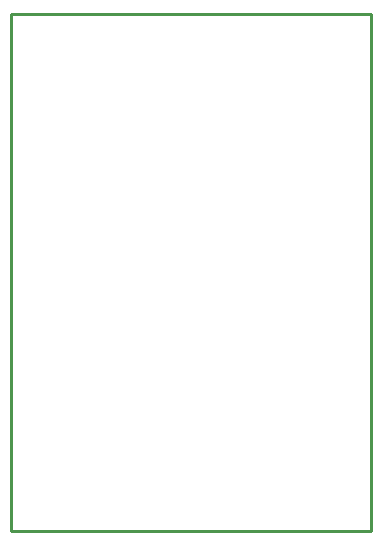
<source format=gbr>
G04 EAGLE Gerber RS-274X export*
G75*
%MOMM*%
%FSLAX34Y34*%
%LPD*%
%IN*%
%IPPOS*%
%AMOC8*
5,1,8,0,0,1.08239X$1,22.5*%
G01*
%ADD10C,0.254000*%


D10*
X0Y0D02*
X304800Y0D01*
X304800Y437200D01*
X0Y437200D01*
X0Y0D01*
M02*

</source>
